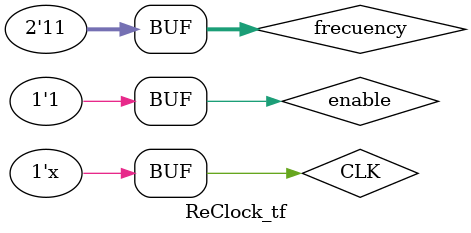
<source format=v>
`timescale 1ns / 1ps


module ReClock_tf;

	// Inputs
	reg CLK;
	reg enable;
	reg [1:0] frecuency;

	// Outputs
	wire out;

	// Instantiate the Unit Under Test (UUT)
	ReClock uut (
		.CLK(CLK), 
		.enable(enable), 
		.frecuency(frecuency), 
		.out(out)
	);

	initial begin
		// Initialize Inputs
		CLK = 0;
		enable = 0;
		frecuency = 0;

		// Wait 100 ns for global reset to finish
		#100;
		enable = 1;
        
		// Add stimulus here
		#200;
		frecuency = 1;
		
		#200;
		frecuency = 2;
		
		#200;
		frecuency = 3;

	end
	
	always
		#1 CLK = ~CLK;
      
endmodule


</source>
